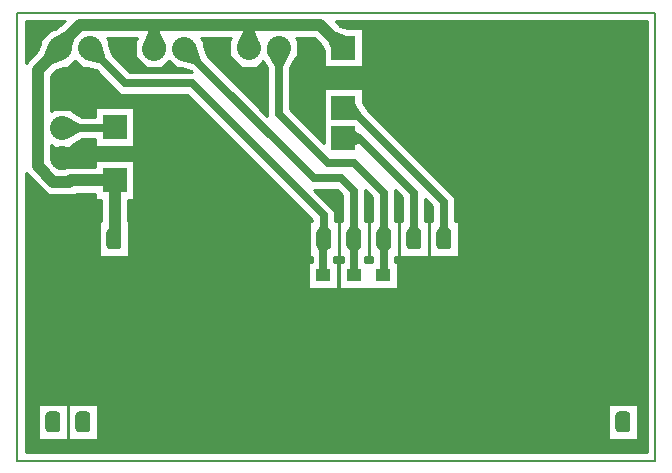
<source format=gbr>
G04 PROTEUS RS274X GERBER FILE*
%FSLAX45Y45*%
%MOMM*%
G01*
%ADD10C,0.635000*%
%ADD11C,1.016000*%
%ADD12C,0.254000*%
%ADD13C,2.032000*%
%ADD14R,1.270000X1.016000*%
%AMPPAD005*
4,1,36,
-0.635000,-0.584200,
-0.635000,0.584200,
-0.628940,0.646520,
-0.611490,0.704160,
-0.583770,0.755980,
-0.546890,0.800890,
-0.501980,0.837760,
-0.450160,0.865480,
-0.392520,0.882930,
-0.330200,0.889000,
0.330200,0.889000,
0.392520,0.882930,
0.450160,0.865480,
0.501980,0.837760,
0.546890,0.800890,
0.583770,0.755980,
0.611490,0.704160,
0.628940,0.646520,
0.635000,0.584200,
0.635000,-0.584200,
0.628940,-0.646520,
0.611490,-0.704160,
0.583770,-0.755980,
0.546890,-0.800890,
0.501980,-0.837760,
0.450160,-0.865480,
0.392520,-0.882930,
0.330200,-0.889000,
-0.330200,-0.889000,
-0.392520,-0.882930,
-0.450160,-0.865480,
-0.501980,-0.837760,
-0.546890,-0.800890,
-0.583770,-0.755980,
-0.611490,-0.704160,
-0.628940,-0.646520,
-0.635000,-0.584200,
0*%
%ADD15PPAD005*%
%ADD16R,2.032000X2.032000*%
%ADD17R,2.108200X2.108200*%
%ADD18C,0.203200*%
%TD.AperFunction*%
G36*
X+398780Y+3533140D02*
X+448144Y+3521151D01*
X+475617Y+3634259D01*
X+374004Y+3577487D01*
X+398780Y+3533140D01*
G37*
G36*
X+398780Y+3533140D02*
X+351490Y+3551693D01*
X+308978Y+3443338D01*
X+417333Y+3485850D01*
X+398780Y+3533140D01*
G37*
G36*
X+3650000Y+1920000D02*
X+3680345Y+1929338D01*
X+3650000Y+2027950D01*
X+3619655Y+1929338D01*
X+3650000Y+1920000D01*
G37*
G36*
X+3396000Y+1920000D02*
X+3426345Y+1929338D01*
X+3396000Y+2027950D01*
X+3365655Y+1929338D01*
X+3396000Y+1920000D01*
G37*
G36*
X+3142000Y+1920000D02*
X+3111655Y+1910662D01*
X+3142000Y+1812050D01*
X+3172345Y+1910662D01*
X+3142000Y+1920000D01*
G37*
G36*
X+3142000Y+1920000D02*
X+3172345Y+1929338D01*
X+3142000Y+2027950D01*
X+3111655Y+1929338D01*
X+3142000Y+1920000D01*
G37*
G36*
X+2888000Y+1920000D02*
X+2918345Y+1929338D01*
X+2888000Y+2027950D01*
X+2857655Y+1929338D01*
X+2888000Y+1920000D01*
G37*
G36*
X+2888000Y+1920000D02*
X+2857833Y+1910102D01*
X+2890000Y+1812069D01*
X+2918513Y+1911226D01*
X+2888000Y+1920000D01*
G37*
G36*
X+2799080Y+3027680D02*
X+2797891Y+2957841D01*
X+2926136Y+2955656D01*
X+2858393Y+3064571D01*
X+2799080Y+3027680D01*
G37*
G36*
X+2799080Y+3027680D02*
X+2797891Y+2957841D01*
X+2926136Y+2955656D01*
X+2858393Y+3064571D01*
X+2799080Y+3027680D01*
G37*
G36*
X+2799080Y+2773680D02*
X+2826735Y+2709539D01*
X+2944518Y+2760322D01*
X+2837957Y+2831710D01*
X+2799080Y+2773680D01*
G37*
G36*
X+2799080Y+2773680D02*
X+2826735Y+2709539D01*
X+2944518Y+2760322D01*
X+2837957Y+2831710D01*
X+2799080Y+2773680D01*
G37*
G36*
X+416560Y+2854960D02*
X+449966Y+2793617D01*
X+562610Y+2854960D01*
X+449966Y+2916303D01*
X+416560Y+2854960D01*
G37*
G36*
X+2253720Y+3531400D02*
X+2192377Y+3497994D01*
X+2253720Y+3385350D01*
X+2315063Y+3497994D01*
X+2253720Y+3531400D01*
G37*
G36*
X+1999720Y+3531400D02*
X+2046278Y+3551720D01*
X+1999720Y+3658400D01*
X+1953162Y+3551720D01*
X+1999720Y+3531400D01*
G37*
G36*
X+1455420Y+3528060D02*
X+1435666Y+3461062D01*
X+1558692Y+3424788D01*
X+1522418Y+3547814D01*
X+1455420Y+3528060D01*
G37*
G36*
X+1201420Y+3528060D02*
X+1247978Y+3548380D01*
X+1201420Y+3655060D01*
X+1154862Y+3548380D01*
X+1201420Y+3528060D01*
G37*
G36*
X+652780Y+3533140D02*
X+633026Y+3466142D01*
X+756052Y+3429868D01*
X+719778Y+3552894D01*
X+652780Y+3533140D01*
G37*
G36*
X+2634000Y+1920000D02*
X+2603330Y+1911793D01*
X+2630000Y+1812125D01*
X+2663978Y+1909544D01*
X+2634000Y+1920000D01*
G37*
G36*
X+2634000Y+1920000D02*
X+2664345Y+1929338D01*
X+2634000Y+2027950D01*
X+2603655Y+1929338D01*
X+2634000Y+1920000D01*
G37*
G36*
X+856000Y+1920000D02*
X+868678Y+1920733D01*
X+863600Y+2008574D01*
X+843632Y+1922882D01*
X+856000Y+1920000D01*
G37*
G36*
X+2799080Y+3535680D02*
X+2817633Y+3582970D01*
X+2709278Y+3625482D01*
X+2751790Y+3517127D01*
X+2799080Y+3535680D01*
G37*
G36*
X+406016Y+3726300D02*
X+355791Y+3698239D01*
X+330394Y+3698239D01*
X+233681Y+3601526D01*
X+233681Y+3564365D01*
X+211288Y+3507290D01*
X+113498Y+3409500D01*
X+113498Y+3760560D01*
X+440276Y+3760560D01*
X+406016Y+3726300D01*
G37*
G36*
X+5368800Y+114718D02*
X+113498Y+114718D01*
X+113498Y+2473102D01*
X+297942Y+2288658D01*
X+529248Y+2288658D01*
X+541831Y+2301241D01*
X+694691Y+2301241D01*
X+694691Y+2246631D01*
X+749301Y+2246631D01*
X+749301Y+2072399D01*
X+729001Y+2072399D01*
X+729001Y+1767601D01*
X+982999Y+1767601D01*
X+982999Y+2072399D01*
X+977899Y+2072399D01*
X+977899Y+2246631D01*
X+1032509Y+2246631D01*
X+1032509Y+2584449D01*
X+694691Y+2584449D01*
X+694691Y+2529839D01*
X+447145Y+2529839D01*
X+434562Y+2517256D01*
X+392628Y+2517256D01*
X+327659Y+2582225D01*
X+327659Y+2710376D01*
X+348174Y+2689861D01*
X+484946Y+2689861D01*
X+516453Y+2721368D01*
X+586862Y+2759711D01*
X+694691Y+2759711D01*
X+694691Y+2696631D01*
X+1032509Y+2696631D01*
X+1032509Y+3034449D01*
X+694691Y+3034449D01*
X+694691Y+2950209D01*
X+586862Y+2950209D01*
X+516453Y+2988552D01*
X+484946Y+3020059D01*
X+348174Y+3020059D01*
X+327659Y+2999544D01*
X+327659Y+3300377D01*
X+372930Y+3345648D01*
X+430005Y+3368041D01*
X+467166Y+3368041D01*
X+525780Y+3426655D01*
X+584394Y+3368041D01*
X+628952Y+3368041D01*
X+705851Y+3345367D01*
X+913047Y+3138171D01*
X+1477127Y+3138171D01*
X+2538751Y+2076547D01*
X+2538751Y+2072399D01*
X+2507001Y+2072399D01*
X+2507001Y+1767601D01*
X+2534751Y+1767601D01*
X+2534751Y+1724299D01*
X+2503001Y+1724299D01*
X+2503001Y+1495701D01*
X+2756999Y+1495701D01*
X+2756999Y+1724299D01*
X+2725249Y+1724299D01*
X+2725249Y+1767601D01*
X+2760999Y+1767601D01*
X+2760999Y+2072399D01*
X+2729249Y+2072399D01*
X+2729249Y+2155453D01*
X+2550519Y+2334183D01*
X+2744214Y+2334183D01*
X+2792751Y+2285646D01*
X+2792751Y+2072399D01*
X+2761001Y+2072399D01*
X+2761001Y+1767601D01*
X+2794751Y+1767601D01*
X+2794751Y+1724299D01*
X+2763001Y+1724299D01*
X+2763001Y+1495701D01*
X+3266999Y+1495701D01*
X+3266999Y+1724299D01*
X+3237249Y+1724299D01*
X+3237249Y+1767601D01*
X+3268999Y+1767601D01*
X+3268999Y+2072399D01*
X+3237249Y+2072399D01*
X+3237249Y+2332889D01*
X+3300751Y+2269387D01*
X+3300751Y+2072399D01*
X+3269001Y+2072399D01*
X+3269001Y+1767601D01*
X+3522999Y+1767601D01*
X+3522999Y+2072399D01*
X+3491249Y+2072399D01*
X+3491249Y+2255841D01*
X+3554751Y+2192339D01*
X+3554751Y+2072399D01*
X+3523001Y+2072399D01*
X+3523001Y+1767601D01*
X+3776999Y+1767601D01*
X+3776999Y+2072399D01*
X+3745249Y+2072399D01*
X+3745249Y+2271245D01*
X+3001231Y+3015263D01*
X+2964179Y+3074834D01*
X+2964179Y+3192779D01*
X+2633981Y+3192779D01*
X+2633981Y+2729370D01*
X+2348969Y+3014382D01*
X+2348969Y+3361098D01*
X+2387312Y+3431507D01*
X+2418819Y+3463014D01*
X+2418819Y+3599786D01*
X+2401691Y+3616914D01*
X+2556204Y+3616914D01*
X+2611588Y+3561530D01*
X+2633981Y+3504455D01*
X+2633981Y+3370581D01*
X+2964179Y+3370581D01*
X+2964179Y+3700779D01*
X+2830305Y+3700779D01*
X+2773230Y+3723172D01*
X+2735842Y+3760560D01*
X+5368800Y+3760560D01*
X+5368800Y+114718D01*
G37*
%LPC*%
G36*
X+3152700Y+1391379D02*
X+3152700Y+1401901D01*
X+3145261Y+1409340D01*
X+3134739Y+1409340D01*
X+3127300Y+1401901D01*
X+3127300Y+1391379D01*
X+3134739Y+1383940D01*
X+3145261Y+1383940D01*
X+3152700Y+1391379D01*
G37*
G36*
X+2902700Y+1391379D02*
X+2902700Y+1401901D01*
X+2895261Y+1409340D01*
X+2884739Y+1409340D01*
X+2877300Y+1401901D01*
X+2877300Y+1391379D01*
X+2884739Y+1383940D01*
X+2895261Y+1383940D01*
X+2902700Y+1391379D01*
G37*
G36*
X+2642700Y+1391379D02*
X+2642700Y+1401901D01*
X+2635261Y+1409340D01*
X+2624739Y+1409340D01*
X+2617300Y+1401901D01*
X+2617300Y+1391379D01*
X+2624739Y+1383940D01*
X+2635261Y+1383940D01*
X+2642700Y+1391379D01*
G37*
G36*
X+468999Y+213601D02*
X+468999Y+518399D01*
X+215001Y+518399D01*
X+215001Y+213601D01*
X+468999Y+213601D01*
G37*
G36*
X+722999Y+213601D02*
X+722999Y+518399D01*
X+469001Y+518399D01*
X+469001Y+213601D01*
X+722999Y+213601D01*
G37*
G36*
X+4958450Y+347588D02*
X+4958450Y+384412D01*
X+4932412Y+410450D01*
X+4895588Y+410450D01*
X+4869550Y+384412D01*
X+4869550Y+347588D01*
X+4895588Y+321550D01*
X+4932412Y+321550D01*
X+4958450Y+347588D01*
G37*
G36*
X+646450Y+1901588D02*
X+646450Y+1938412D01*
X+620412Y+1964450D01*
X+583588Y+1964450D01*
X+557550Y+1938412D01*
X+557550Y+1901588D01*
X+583588Y+1875550D01*
X+620412Y+1875550D01*
X+646450Y+1901588D01*
G37*
G36*
X+392450Y+1901588D02*
X+392450Y+1938412D01*
X+366412Y+1964450D01*
X+329588Y+1964450D01*
X+303550Y+1938412D01*
X+303550Y+1901588D01*
X+329588Y+1875550D01*
X+366412Y+1875550D01*
X+392450Y+1901588D01*
G37*
G36*
X+5294999Y+213601D02*
X+5294999Y+518399D01*
X+5041001Y+518399D01*
X+5041001Y+213601D01*
X+5294999Y+213601D01*
G37*
G36*
X+2735580Y+3307983D02*
X+2735580Y+3255377D01*
X+2772777Y+3218180D01*
X+2825383Y+3218180D01*
X+2862580Y+3255377D01*
X+2862580Y+3307983D01*
X+2825383Y+3345180D01*
X+2772777Y+3345180D01*
X+2735580Y+3307983D01*
G37*
G36*
X+353060Y+2627263D02*
X+353060Y+2574657D01*
X+390257Y+2537460D01*
X+442863Y+2537460D01*
X+480060Y+2574657D01*
X+480060Y+2627263D01*
X+442863Y+2664460D01*
X+390257Y+2664460D01*
X+353060Y+2627263D01*
G37*
%LPD*%
G36*
X+1036321Y+3596446D02*
X+1036321Y+3459674D01*
X+1133034Y+3362961D01*
X+1269806Y+3362961D01*
X+1328420Y+3421575D01*
X+1387034Y+3362961D01*
X+1431592Y+3362961D01*
X+1508491Y+3340287D01*
X+1520109Y+3328669D01*
X+991953Y+3328669D01*
X+840553Y+3480069D01*
X+817879Y+3556968D01*
X+817879Y+3601526D01*
X+802491Y+3616914D01*
X+1056789Y+3616914D01*
X+1036321Y+3596446D01*
G37*
G36*
X+1834621Y+3599786D02*
X+1834621Y+3463014D01*
X+1931334Y+3366301D01*
X+2068106Y+3366301D01*
X+2124776Y+3422971D01*
X+2158471Y+3361098D01*
X+2158471Y+2959711D01*
X+1643193Y+3474989D01*
X+1620519Y+3551888D01*
X+1620519Y+3596446D01*
X+1600051Y+3616914D01*
X+1851749Y+3616914D01*
X+1834621Y+3599786D01*
G37*
G36*
X+3046751Y+2270094D02*
X+3046751Y+2072399D01*
X+3015001Y+2072399D01*
X+3015001Y+1767601D01*
X+3046751Y+1767601D01*
X+3046751Y+1724299D01*
X+2985249Y+1724299D01*
X+2985249Y+1767601D01*
X+3014999Y+1767601D01*
X+3014999Y+2072399D01*
X+2983249Y+2072399D01*
X+2983249Y+2333596D01*
X+3046751Y+2270094D01*
G37*
D10*
X+2630000Y+1610000D02*
X+2630000Y+1916000D01*
X+2634000Y+1920000D01*
X+2890000Y+1610000D02*
X+2890000Y+1918000D01*
X+2888000Y+1920000D01*
X+3140000Y+1610000D02*
X+3142000Y+1612000D01*
X+3142000Y+1920000D01*
X+416560Y+2854960D02*
X+853020Y+2854960D01*
X+863600Y+2865540D01*
D11*
X+863600Y+2415540D02*
X+863600Y+1927600D01*
X+856000Y+1920000D01*
X+863600Y+2415540D02*
X+494488Y+2415540D01*
X+481905Y+2402957D01*
X+345285Y+2402957D01*
X+213360Y+2534882D01*
X+213360Y+3347720D01*
X+398780Y+3533140D01*
D10*
X+2799080Y+3027680D02*
X+2854112Y+3027680D01*
X+3650000Y+2231792D01*
X+3650000Y+1920000D01*
X+2799080Y+2773680D02*
X+2931160Y+2773680D01*
X+3396000Y+2308840D01*
X+3396000Y+1920000D01*
X+2888000Y+1920000D02*
X+2888000Y+2325099D01*
X+2783667Y+2429432D01*
X+2554048Y+2429432D01*
X+1455420Y+3528060D01*
D11*
X+1201420Y+3528060D02*
X+1201420Y+3716889D01*
X+1187096Y+3731213D01*
X+398780Y+3533140D02*
X+398780Y+3557422D01*
X+572571Y+3731213D01*
X+1187096Y+3731213D01*
X+1999720Y+3531400D02*
X+1999720Y+3724333D01*
X+2006600Y+3731213D01*
X+1187096Y+3731213D02*
X+2006600Y+3731213D01*
X+2603547Y+3731213D01*
X+2799080Y+3535680D01*
D10*
X+2253720Y+3531400D02*
X+2253720Y+2974929D01*
X+2668649Y+2560000D01*
X+2891547Y+2560000D01*
X+3142000Y+2309547D01*
X+3142000Y+1920000D01*
X+652780Y+3533140D02*
X+952500Y+3233420D01*
X+1516580Y+3233420D01*
X+2634000Y+2116000D01*
X+2634000Y+1920000D01*
D11*
X+398780Y+3533140D02*
X+448144Y+3521151D01*
X+475617Y+3634259D01*
X+374004Y+3577487D01*
X+398780Y+3533140D01*
X+351490Y+3551693D01*
X+308978Y+3443338D01*
X+417333Y+3485850D01*
X+398780Y+3533140D01*
D10*
X+3650000Y+1920000D02*
X+3680345Y+1929338D01*
X+3650000Y+2027950D01*
X+3619655Y+1929338D01*
X+3650000Y+1920000D01*
X+3396000Y+1920000D02*
X+3426345Y+1929338D01*
X+3396000Y+2027950D01*
X+3365655Y+1929338D01*
X+3396000Y+1920000D01*
X+3142000Y+1920000D02*
X+3111655Y+1910662D01*
X+3142000Y+1812050D01*
X+3172345Y+1910662D01*
X+3142000Y+1920000D01*
X+3172345Y+1929338D01*
X+3142000Y+2027950D01*
X+3111655Y+1929338D01*
X+3142000Y+1920000D01*
X+2888000Y+1920000D02*
X+2918345Y+1929338D01*
X+2888000Y+2027950D01*
X+2857655Y+1929338D01*
X+2888000Y+1920000D01*
X+2857833Y+1910102D01*
X+2890000Y+1812069D01*
X+2918513Y+1911226D01*
X+2888000Y+1920000D01*
X+2799080Y+3027680D02*
X+2797891Y+2957841D01*
X+2926136Y+2955656D01*
X+2858393Y+3064571D01*
X+2799080Y+3027680D01*
X+2799080Y+2773680D02*
X+2826735Y+2709539D01*
X+2944518Y+2760322D01*
X+2837957Y+2831710D01*
X+2799080Y+2773680D01*
X+416560Y+2854960D02*
X+449966Y+2793617D01*
X+562610Y+2854960D01*
X+449966Y+2916303D01*
X+416560Y+2854960D01*
X+2253720Y+3531400D02*
X+2192377Y+3497994D01*
X+2253720Y+3385350D01*
X+2315063Y+3497994D01*
X+2253720Y+3531400D01*
D11*
X+1999720Y+3531400D02*
X+2046278Y+3551720D01*
X+1999720Y+3658400D01*
X+1953162Y+3551720D01*
X+1999720Y+3531400D01*
D10*
X+1455420Y+3528060D02*
X+1435666Y+3461062D01*
X+1558692Y+3424788D01*
X+1522418Y+3547814D01*
X+1455420Y+3528060D01*
D11*
X+1201420Y+3528060D02*
X+1247978Y+3548380D01*
X+1201420Y+3655060D01*
X+1154862Y+3548380D01*
X+1201420Y+3528060D01*
D10*
X+652780Y+3533140D02*
X+633026Y+3466142D01*
X+756052Y+3429868D01*
X+719778Y+3552894D01*
X+652780Y+3533140D01*
X+2634000Y+1920000D02*
X+2603330Y+1911793D01*
X+2630000Y+1812125D01*
X+2663978Y+1909544D01*
X+2634000Y+1920000D01*
X+2664345Y+1929338D01*
X+2634000Y+2027950D01*
X+2603655Y+1929338D01*
X+2634000Y+1920000D01*
D11*
X+856000Y+1920000D02*
X+868678Y+1920733D01*
X+863600Y+2008574D01*
X+843632Y+1922882D01*
X+856000Y+1920000D01*
D10*
X+2799080Y+3027680D02*
X+2797891Y+2957841D01*
X+2926136Y+2955656D01*
X+2858393Y+3064571D01*
X+2799080Y+3027680D01*
X+2799080Y+2773680D02*
X+2826735Y+2709539D01*
X+2944518Y+2760322D01*
X+2837957Y+2831710D01*
X+2799080Y+2773680D01*
D11*
X+2799080Y+3535680D02*
X+2817633Y+3582970D01*
X+2709278Y+3625482D01*
X+2751790Y+3517127D01*
X+2799080Y+3535680D01*
D12*
X+406016Y+3726300D02*
X+355791Y+3698239D01*
X+330394Y+3698239D01*
X+233681Y+3601526D01*
X+233681Y+3564365D01*
X+211288Y+3507290D01*
X+113498Y+3409500D01*
X+113498Y+3760560D01*
X+440276Y+3760560D01*
X+406016Y+3726300D01*
X+5368800Y+114718D02*
X+113498Y+114718D01*
X+113498Y+2473102D01*
X+297942Y+2288658D01*
X+529248Y+2288658D01*
X+541831Y+2301241D01*
X+694691Y+2301241D01*
X+694691Y+2246631D01*
X+749301Y+2246631D01*
X+749301Y+2072399D01*
X+729001Y+2072399D01*
X+729001Y+1767601D01*
X+982999Y+1767601D01*
X+982999Y+2072399D01*
X+977899Y+2072399D01*
X+977899Y+2246631D01*
X+1032509Y+2246631D01*
X+1032509Y+2584449D01*
X+694691Y+2584449D01*
X+694691Y+2529839D01*
X+447145Y+2529839D01*
X+434562Y+2517256D01*
X+392628Y+2517256D01*
X+327659Y+2582225D01*
X+327659Y+2710376D01*
X+348174Y+2689861D01*
X+484946Y+2689861D01*
X+516453Y+2721368D01*
X+586862Y+2759711D01*
X+694691Y+2759711D01*
X+694691Y+2696631D01*
X+1032509Y+2696631D01*
X+1032509Y+3034449D01*
X+694691Y+3034449D01*
X+694691Y+2950209D01*
X+586862Y+2950209D01*
X+516453Y+2988552D01*
X+484946Y+3020059D01*
X+348174Y+3020059D01*
X+327659Y+2999544D01*
X+327659Y+3300377D01*
X+372930Y+3345648D01*
X+430005Y+3368041D01*
X+467166Y+3368041D01*
X+525780Y+3426655D01*
X+584394Y+3368041D01*
X+628952Y+3368041D01*
X+705851Y+3345367D01*
X+913047Y+3138171D01*
X+1477127Y+3138171D01*
X+2538751Y+2076547D01*
X+2538751Y+2072399D01*
X+2507001Y+2072399D01*
X+2507001Y+1767601D01*
X+2534751Y+1767601D01*
X+2534751Y+1724299D01*
X+2503001Y+1724299D01*
X+2503001Y+1495701D01*
X+2756999Y+1495701D01*
X+2756999Y+1724299D01*
X+2725249Y+1724299D01*
X+2725249Y+1767601D01*
X+2760999Y+1767601D01*
X+2760999Y+2072399D01*
X+2729249Y+2072399D01*
X+2729249Y+2155453D01*
X+2550519Y+2334183D01*
X+2744214Y+2334183D01*
X+2792751Y+2285646D01*
X+2792751Y+2072399D01*
X+2761001Y+2072399D01*
X+2761001Y+1767601D01*
X+2794751Y+1767601D01*
X+2794751Y+1724299D01*
X+2763001Y+1724299D01*
X+2763001Y+1495701D01*
X+3266999Y+1495701D01*
X+3266999Y+1724299D01*
X+3237249Y+1724299D01*
X+3237249Y+1767601D01*
X+3268999Y+1767601D01*
X+3268999Y+2072399D01*
X+3237249Y+2072399D01*
X+3237249Y+2332889D01*
X+3300751Y+2269387D01*
X+3300751Y+2072399D01*
X+3269001Y+2072399D01*
X+3269001Y+1767601D01*
X+3522999Y+1767601D01*
X+3522999Y+2072399D01*
X+3491249Y+2072399D01*
X+3491249Y+2255841D01*
X+3554751Y+2192339D01*
X+3554751Y+2072399D01*
X+3523001Y+2072399D01*
X+3523001Y+1767601D01*
X+3776999Y+1767601D01*
X+3776999Y+2072399D01*
X+3745249Y+2072399D01*
X+3745249Y+2271245D01*
X+3001231Y+3015263D01*
X+2964179Y+3074834D01*
X+2964179Y+3192779D01*
X+2633981Y+3192779D01*
X+2633981Y+2729370D01*
X+2348969Y+3014382D01*
X+2348969Y+3361098D01*
X+2387312Y+3431507D01*
X+2418819Y+3463014D01*
X+2418819Y+3599786D01*
X+2401691Y+3616914D01*
X+2556204Y+3616914D01*
X+2611588Y+3561530D01*
X+2633981Y+3504455D01*
X+2633981Y+3370581D01*
X+2964179Y+3370581D01*
X+2964179Y+3700779D01*
X+2830305Y+3700779D01*
X+2773230Y+3723172D01*
X+2735842Y+3760560D01*
X+5368800Y+3760560D01*
X+5368800Y+114718D01*
X+3152700Y+1391379D02*
X+3152700Y+1401901D01*
X+3145261Y+1409340D01*
X+3134739Y+1409340D01*
X+3127300Y+1401901D01*
X+3127300Y+1391379D01*
X+3134739Y+1383940D01*
X+3145261Y+1383940D01*
X+3152700Y+1391379D01*
X+2902700Y+1391379D02*
X+2902700Y+1401901D01*
X+2895261Y+1409340D01*
X+2884739Y+1409340D01*
X+2877300Y+1401901D01*
X+2877300Y+1391379D01*
X+2884739Y+1383940D01*
X+2895261Y+1383940D01*
X+2902700Y+1391379D01*
X+2642700Y+1391379D02*
X+2642700Y+1401901D01*
X+2635261Y+1409340D01*
X+2624739Y+1409340D01*
X+2617300Y+1401901D01*
X+2617300Y+1391379D01*
X+2624739Y+1383940D01*
X+2635261Y+1383940D01*
X+2642700Y+1391379D01*
X+468999Y+213601D02*
X+468999Y+518399D01*
X+215001Y+518399D01*
X+215001Y+213601D01*
X+468999Y+213601D01*
X+722999Y+213601D02*
X+722999Y+518399D01*
X+469001Y+518399D01*
X+469001Y+213601D01*
X+722999Y+213601D01*
X+4958450Y+347588D02*
X+4958450Y+384412D01*
X+4932412Y+410450D01*
X+4895588Y+410450D01*
X+4869550Y+384412D01*
X+4869550Y+347588D01*
X+4895588Y+321550D01*
X+4932412Y+321550D01*
X+4958450Y+347588D01*
X+646450Y+1901588D02*
X+646450Y+1938412D01*
X+620412Y+1964450D01*
X+583588Y+1964450D01*
X+557550Y+1938412D01*
X+557550Y+1901588D01*
X+583588Y+1875550D01*
X+620412Y+1875550D01*
X+646450Y+1901588D01*
X+392450Y+1901588D02*
X+392450Y+1938412D01*
X+366412Y+1964450D01*
X+329588Y+1964450D01*
X+303550Y+1938412D01*
X+303550Y+1901588D01*
X+329588Y+1875550D01*
X+366412Y+1875550D01*
X+392450Y+1901588D01*
X+5294999Y+213601D02*
X+5294999Y+518399D01*
X+5041001Y+518399D01*
X+5041001Y+213601D01*
X+5294999Y+213601D01*
X+2735580Y+3307983D02*
X+2735580Y+3255377D01*
X+2772777Y+3218180D01*
X+2825383Y+3218180D01*
X+2862580Y+3255377D01*
X+2862580Y+3307983D01*
X+2825383Y+3345180D01*
X+2772777Y+3345180D01*
X+2735580Y+3307983D01*
X+353060Y+2627263D02*
X+353060Y+2574657D01*
X+390257Y+2537460D01*
X+442863Y+2537460D01*
X+480060Y+2574657D01*
X+480060Y+2627263D01*
X+442863Y+2664460D01*
X+390257Y+2664460D01*
X+353060Y+2627263D01*
X+1036321Y+3596446D02*
X+1036321Y+3459674D01*
X+1133034Y+3362961D01*
X+1269806Y+3362961D01*
X+1328420Y+3421575D01*
X+1387034Y+3362961D01*
X+1431592Y+3362961D01*
X+1508491Y+3340287D01*
X+1520109Y+3328669D01*
X+991953Y+3328669D01*
X+840553Y+3480069D01*
X+817879Y+3556968D01*
X+817879Y+3601526D01*
X+802491Y+3616914D01*
X+1056789Y+3616914D01*
X+1036321Y+3596446D01*
X+1834621Y+3599786D02*
X+1834621Y+3463014D01*
X+1931334Y+3366301D01*
X+2068106Y+3366301D01*
X+2124776Y+3422971D01*
X+2158471Y+3361098D01*
X+2158471Y+2959711D01*
X+1643193Y+3474989D01*
X+1620519Y+3551888D01*
X+1620519Y+3596446D01*
X+1600051Y+3616914D01*
X+1851749Y+3616914D01*
X+1834621Y+3599786D01*
X+3046751Y+2270094D02*
X+3046751Y+2072399D01*
X+3015001Y+2072399D01*
X+3015001Y+1767601D01*
X+3046751Y+1767601D01*
X+3046751Y+1724299D01*
X+2985249Y+1724299D01*
X+2985249Y+1767601D01*
X+3014999Y+1767601D01*
X+3014999Y+2072399D01*
X+2983249Y+2072399D01*
X+2983249Y+2333596D01*
X+3046751Y+2270094D01*
X+3140000Y+1383940D02*
X+3140000Y+1396640D01*
X+3140000Y+1409340D02*
X+3140000Y+1396640D01*
X+3152700Y+1396640D02*
X+3140000Y+1396640D01*
X+3127300Y+1396640D02*
X+3140000Y+1396640D01*
X+2890000Y+1383940D02*
X+2890000Y+1396640D01*
X+2890000Y+1409340D02*
X+2890000Y+1396640D01*
X+2902700Y+1396640D02*
X+2890000Y+1396640D01*
X+2877300Y+1396640D02*
X+2890000Y+1396640D01*
X+2630000Y+1383940D02*
X+2630000Y+1396640D01*
X+2630000Y+1409340D02*
X+2630000Y+1396640D01*
X+2642700Y+1396640D02*
X+2630000Y+1396640D01*
X+2617300Y+1396640D02*
X+2630000Y+1396640D01*
X+4914000Y+321550D02*
X+4914000Y+366000D01*
X+4914000Y+410450D02*
X+4914000Y+366000D01*
X+4958450Y+366000D02*
X+4914000Y+366000D01*
X+4869550Y+366000D02*
X+4914000Y+366000D01*
X+602000Y+1875550D02*
X+602000Y+1920000D01*
X+602000Y+1964450D02*
X+602000Y+1920000D01*
X+646450Y+1920000D02*
X+602000Y+1920000D01*
X+557550Y+1920000D02*
X+602000Y+1920000D01*
X+348000Y+1875550D02*
X+348000Y+1920000D01*
X+348000Y+1964450D02*
X+348000Y+1920000D01*
X+392450Y+1920000D02*
X+348000Y+1920000D01*
X+303550Y+1920000D02*
X+348000Y+1920000D01*
X+2799080Y+3345180D02*
X+2799080Y+3281680D01*
X+2799080Y+3218180D02*
X+2799080Y+3281680D01*
X+2735580Y+3281680D02*
X+2799080Y+3281680D01*
X+2862580Y+3281680D02*
X+2799080Y+3281680D01*
X+416560Y+2664460D02*
X+416560Y+2600960D01*
X+416560Y+2537460D02*
X+416560Y+2600960D01*
X+353060Y+2600960D02*
X+416560Y+2600960D01*
X+480060Y+2600960D02*
X+416560Y+2600960D01*
D13*
X+2253720Y+3531400D03*
X+1999720Y+3531400D03*
X+1455420Y+3528060D03*
X+1201420Y+3528060D03*
X+652780Y+3533140D03*
X+398780Y+3533140D03*
D14*
X+3140000Y+1610000D03*
X+3140000Y+1396640D03*
X+2890000Y+1610000D03*
X+2890000Y+1396640D03*
X+2630000Y+1610000D03*
X+2630000Y+1396640D03*
D15*
X+3650000Y+1920000D03*
X+3396000Y+1920000D03*
X+3142000Y+1920000D03*
X+2888000Y+1920000D03*
X+2634000Y+1920000D03*
X+342000Y+366000D03*
X+596000Y+366000D03*
X+4914000Y+366000D03*
X+602000Y+1920000D03*
X+348000Y+1920000D03*
X+856000Y+1920000D03*
X+5168000Y+366000D03*
D16*
X+2799080Y+3281680D03*
X+2799080Y+3027680D03*
X+2799080Y+2773680D03*
X+2799080Y+3535680D03*
D13*
X+416560Y+2854960D03*
X+416560Y+2600960D03*
D17*
X+863600Y+2865540D03*
X+863600Y+2415540D03*
D18*
X+39839Y+41059D02*
X+5442459Y+41059D01*
X+5442459Y+3834219D01*
X+39839Y+3834219D01*
X+39839Y+41059D01*
M02*

</source>
